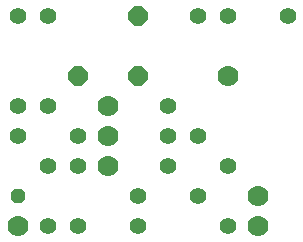
<source format=gtl>
G75*
%MOIN*%
%OFA0B0*%
%FSLAX25Y25*%
%IPPOS*%
%LPD*%
%AMOC8*
5,1,8,0,0,1.08239X$1,22.5*
%
%ADD10C,0.07000*%
%ADD11OC8,0.06496*%
%ADD12C,0.05543*%
%ADD13OC8,0.04756*%
D10*
X0011544Y0011267D03*
X0041544Y0031267D03*
X0041544Y0041267D03*
X0041544Y0051267D03*
X0081544Y0061267D03*
X0091544Y0021267D03*
X0091544Y0011267D03*
D11*
X0051544Y0061267D03*
X0031544Y0061267D03*
X0051544Y0081267D03*
D12*
X0071544Y0081267D03*
X0081544Y0081267D03*
X0101544Y0081267D03*
X0061544Y0051267D03*
X0061544Y0041267D03*
X0071544Y0041267D03*
X0061544Y0031267D03*
X0051544Y0021267D03*
X0051544Y0011267D03*
X0031544Y0011267D03*
X0021544Y0011267D03*
X0021544Y0031267D03*
X0031544Y0031267D03*
X0031544Y0041267D03*
X0021544Y0051267D03*
X0011544Y0051267D03*
X0011544Y0041267D03*
X0011544Y0081267D03*
X0021544Y0081267D03*
X0081544Y0031267D03*
X0071544Y0021267D03*
X0081544Y0011267D03*
D13*
X0011544Y0021267D03*
M02*

</source>
